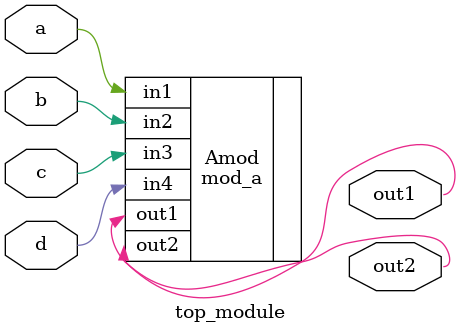
<source format=v>
module top_module ( 
    input a, 
    input b, 
    input c,
    input d,
    output out1,
    output out2
);

    mod_a Amod (.out1(out1), .out2(out2), .in1(a), .in2(b), .in3(c), .in4(d));
    
endmodule

</source>
